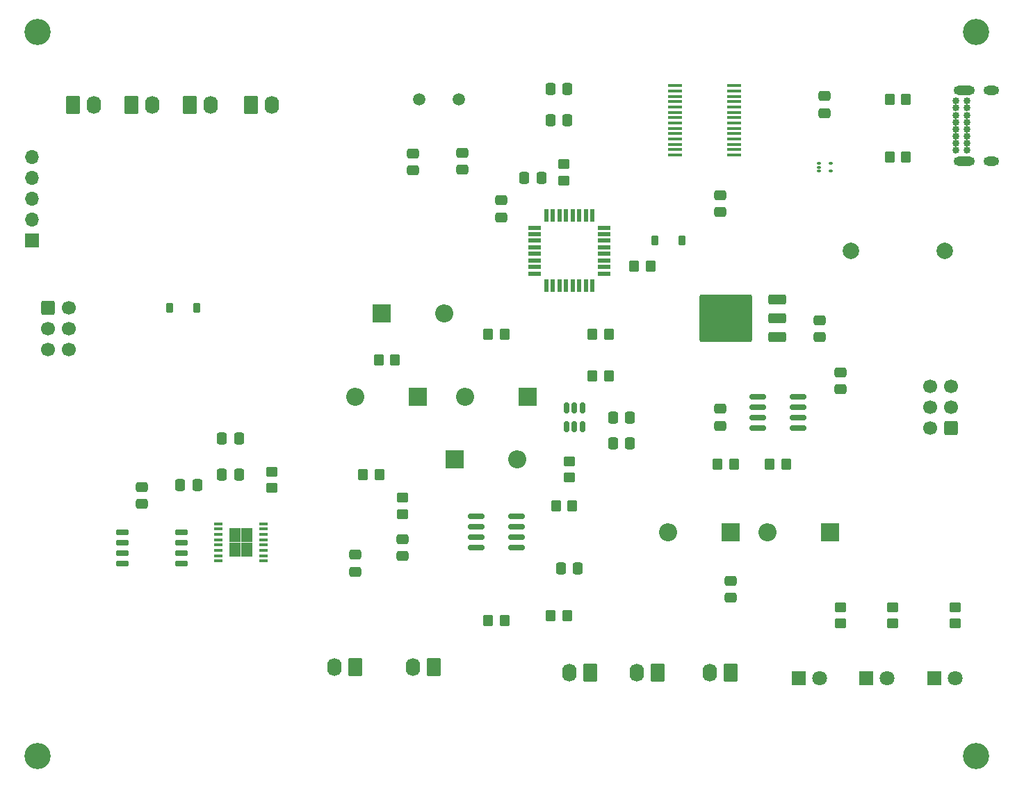
<source format=gbr>
%TF.GenerationSoftware,KiCad,Pcbnew,8.0.1*%
%TF.CreationDate,2024-04-13T21:31:32-05:00*%
%TF.ProjectId,ECE445-Wattbalance-PCB,45434534-3435-42d5-9761-747462616c61,rev?*%
%TF.SameCoordinates,Original*%
%TF.FileFunction,Soldermask,Top*%
%TF.FilePolarity,Negative*%
%FSLAX46Y46*%
G04 Gerber Fmt 4.6, Leading zero omitted, Abs format (unit mm)*
G04 Created by KiCad (PCBNEW 8.0.1) date 2024-04-13 21:31:32*
%MOMM*%
%LPD*%
G01*
G04 APERTURE LIST*
G04 Aperture macros list*
%AMRoundRect*
0 Rectangle with rounded corners*
0 $1 Rounding radius*
0 $2 $3 $4 $5 $6 $7 $8 $9 X,Y pos of 4 corners*
0 Add a 4 corners polygon primitive as box body*
4,1,4,$2,$3,$4,$5,$6,$7,$8,$9,$2,$3,0*
0 Add four circle primitives for the rounded corners*
1,1,$1+$1,$2,$3*
1,1,$1+$1,$4,$5*
1,1,$1+$1,$6,$7*
1,1,$1+$1,$8,$9*
0 Add four rect primitives between the rounded corners*
20,1,$1+$1,$2,$3,$4,$5,0*
20,1,$1+$1,$4,$5,$6,$7,0*
20,1,$1+$1,$6,$7,$8,$9,0*
20,1,$1+$1,$8,$9,$2,$3,0*%
G04 Aperture macros list end*
%ADD10RoundRect,0.075000X-0.150000X-0.075000X0.150000X-0.075000X0.150000X0.075000X-0.150000X0.075000X0*%
%ADD11RoundRect,0.250000X-0.620000X-0.845000X0.620000X-0.845000X0.620000X0.845000X-0.620000X0.845000X0*%
%ADD12O,1.740000X2.190000*%
%ADD13RoundRect,0.250000X0.620000X0.845000X-0.620000X0.845000X-0.620000X-0.845000X0.620000X-0.845000X0*%
%ADD14C,1.700000*%
%ADD15RoundRect,0.250000X-0.600000X-0.600000X0.600000X-0.600000X0.600000X0.600000X-0.600000X0.600000X0*%
%ADD16C,0.854000*%
%ADD17O,1.904000X1.104000*%
%ADD18O,2.604000X1.104000*%
%ADD19RoundRect,0.250000X-0.475000X0.337500X-0.475000X-0.337500X0.475000X-0.337500X0.475000X0.337500X0*%
%ADD20RoundRect,0.250000X0.600000X0.600000X-0.600000X0.600000X-0.600000X-0.600000X0.600000X-0.600000X0*%
%ADD21C,3.200000*%
%ADD22R,2.200000X2.200000*%
%ADD23O,2.200000X2.200000*%
%ADD24C,1.500000*%
%ADD25RoundRect,0.150000X-0.825000X-0.150000X0.825000X-0.150000X0.825000X0.150000X-0.825000X0.150000X0*%
%ADD26R,1.800000X1.800000*%
%ADD27C,1.800000*%
%ADD28R,1.470000X0.895000*%
%ADD29R,1.050000X0.450000*%
%ADD30RoundRect,0.250000X0.337500X0.475000X-0.337500X0.475000X-0.337500X-0.475000X0.337500X-0.475000X0*%
%ADD31RoundRect,0.250000X0.350000X0.450000X-0.350000X0.450000X-0.350000X-0.450000X0.350000X-0.450000X0*%
%ADD32RoundRect,0.250000X-0.350000X-0.450000X0.350000X-0.450000X0.350000X0.450000X-0.350000X0.450000X0*%
%ADD33RoundRect,0.250000X-0.450000X0.350000X-0.450000X-0.350000X0.450000X-0.350000X0.450000X0.350000X0*%
%ADD34RoundRect,0.150000X0.650000X0.150000X-0.650000X0.150000X-0.650000X-0.150000X0.650000X-0.150000X0*%
%ADD35RoundRect,0.250000X-0.337500X-0.475000X0.337500X-0.475000X0.337500X0.475000X-0.337500X0.475000X0*%
%ADD36RoundRect,0.250000X0.475000X-0.337500X0.475000X0.337500X-0.475000X0.337500X-0.475000X-0.337500X0*%
%ADD37O,1.700000X1.700000*%
%ADD38R,1.700000X1.700000*%
%ADD39R,1.750000X0.450000*%
%ADD40RoundRect,0.250000X0.450000X-0.350000X0.450000X0.350000X-0.450000X0.350000X-0.450000X-0.350000X0*%
%ADD41RoundRect,0.150000X0.825000X0.150000X-0.825000X0.150000X-0.825000X-0.150000X0.825000X-0.150000X0*%
%ADD42RoundRect,0.150000X0.150000X-0.512500X0.150000X0.512500X-0.150000X0.512500X-0.150000X-0.512500X0*%
%ADD43RoundRect,0.225000X0.225000X0.375000X-0.225000X0.375000X-0.225000X-0.375000X0.225000X-0.375000X0*%
%ADD44RoundRect,0.250000X0.850000X0.350000X-0.850000X0.350000X-0.850000X-0.350000X0.850000X-0.350000X0*%
%ADD45RoundRect,0.249997X2.950003X2.650003X-2.950003X2.650003X-2.950003X-2.650003X2.950003X-2.650003X0*%
%ADD46R,0.550000X1.600000*%
%ADD47R,1.600000X0.550000*%
%ADD48C,2.000000*%
G04 APERTURE END LIST*
D10*
%TO.C,U8*%
X189800000Y-69350000D03*
X189800000Y-69850000D03*
X189800000Y-70350000D03*
X191200000Y-70350000D03*
X191200000Y-69350000D03*
%TD*%
D11*
%TO.C,J13*%
X113175000Y-62250000D03*
D12*
X115715000Y-62250000D03*
%TD*%
D11*
%TO.C,J12*%
X106045000Y-62250000D03*
D12*
X108585000Y-62250000D03*
%TD*%
D11*
%TO.C,J11*%
X98915000Y-62250000D03*
D12*
X101455000Y-62250000D03*
%TD*%
D13*
%TO.C,J6*%
X142875000Y-130790000D03*
D12*
X140335000Y-130790000D03*
%TD*%
D14*
%TO.C,J1*%
X98425000Y-92075000D03*
X95885000Y-92075000D03*
X98425000Y-89535000D03*
X95885000Y-89535000D03*
X98425000Y-86995000D03*
D15*
X95885000Y-86995000D03*
%TD*%
D16*
%TO.C,J2*%
X206460000Y-67745000D03*
X206460000Y-66895000D03*
X206460000Y-66045000D03*
X206460000Y-65195000D03*
X206460000Y-64345000D03*
X206460000Y-63495000D03*
X206460000Y-62645000D03*
X206460000Y-61795000D03*
X207810000Y-61795000D03*
X207810000Y-62645000D03*
X207810000Y-63495000D03*
X207810000Y-64345000D03*
X207810000Y-65195000D03*
X207810000Y-66045000D03*
X207810000Y-66895000D03*
X207810000Y-67745000D03*
D17*
X210820000Y-69095000D03*
X210820000Y-60445000D03*
D18*
X207440000Y-69095000D03*
X207440000Y-60445000D03*
%TD*%
D19*
%TO.C,C18*%
X179070000Y-122322500D03*
X179070000Y-120247500D03*
%TD*%
D20*
%TO.C,J3*%
X205857500Y-101605000D03*
D14*
X203317500Y-101605000D03*
X205857500Y-99065000D03*
X203317500Y-99065000D03*
X205857500Y-96525000D03*
X203317500Y-96525000D03*
%TD*%
D12*
%TO.C,J7*%
X176530000Y-131425000D03*
D13*
X179070000Y-131425000D03*
%TD*%
D21*
%TO.C,H3*%
X208915000Y-141605000D03*
%TD*%
D22*
%TO.C,D11*%
X154305000Y-97790000D03*
D23*
X146685000Y-97790000D03*
%TD*%
D22*
%TO.C,D12*%
X145415000Y-105410000D03*
D23*
X153035000Y-105410000D03*
%TD*%
D24*
%TO.C,Y1*%
X145960000Y-61595000D03*
X141080000Y-61595000D03*
%TD*%
D25*
%TO.C,U9*%
X182310000Y-97790000D03*
X182310000Y-99060000D03*
X182310000Y-100330000D03*
X182310000Y-101600000D03*
X187260000Y-101600000D03*
X187260000Y-100330000D03*
X187260000Y-99060000D03*
X187260000Y-97790000D03*
%TD*%
D26*
%TO.C,D3*%
X187320000Y-132080000D03*
D27*
X189860000Y-132080000D03*
%TD*%
D28*
%TO.C,U5*%
X118645000Y-114227500D03*
X118645000Y-115122500D03*
X118645000Y-116017500D03*
X118645000Y-116912500D03*
X120115000Y-114227500D03*
X120115000Y-115122500D03*
X120115000Y-116017500D03*
X120115000Y-116912500D03*
D29*
X116605000Y-117845000D03*
X116605000Y-117195000D03*
X116605000Y-116545000D03*
X116605000Y-115895000D03*
X116605000Y-115245000D03*
X116605000Y-114595000D03*
X116605000Y-113945000D03*
X116605000Y-113295000D03*
X122155000Y-113295000D03*
X122155000Y-113945000D03*
X122155000Y-114595000D03*
X122155000Y-115245000D03*
X122155000Y-115895000D03*
X122155000Y-116545000D03*
X122155000Y-117195000D03*
X122155000Y-117845000D03*
%TD*%
D30*
%TO.C,C10*%
X119147500Y-107315000D03*
X117072500Y-107315000D03*
%TD*%
D19*
%TO.C,C3*%
X140335000Y-68177500D03*
X140335000Y-70252500D03*
%TD*%
D31*
%TO.C,R10*%
X164195000Y-90170000D03*
X162195000Y-90170000D03*
%TD*%
%TO.C,R1*%
X169275000Y-81915000D03*
X167275000Y-81915000D03*
%TD*%
D32*
%TO.C,R9*%
X136160000Y-93345000D03*
X138160000Y-93345000D03*
%TD*%
D33*
%TO.C,R5*%
X206375000Y-123460000D03*
X206375000Y-125460000D03*
%TD*%
D30*
%TO.C,C8*%
X159152500Y-64135000D03*
X157077500Y-64135000D03*
%TD*%
D33*
%TO.C,R18*%
X123190000Y-106950000D03*
X123190000Y-108950000D03*
%TD*%
D34*
%TO.C,U2*%
X104985000Y-118110000D03*
X104985000Y-116840000D03*
X104985000Y-115570000D03*
X104985000Y-114300000D03*
X112185000Y-114300000D03*
X112185000Y-115570000D03*
X112185000Y-116840000D03*
X112185000Y-118110000D03*
%TD*%
D35*
%TO.C,C11*%
X117072500Y-102870000D03*
X119147500Y-102870000D03*
%TD*%
D36*
%TO.C,C7*%
X190500000Y-63267500D03*
X190500000Y-61192500D03*
%TD*%
D26*
%TO.C,D5*%
X203830000Y-132080000D03*
D27*
X206370000Y-132080000D03*
%TD*%
D35*
%TO.C,C17*%
X158347500Y-118745000D03*
X160422500Y-118745000D03*
%TD*%
D22*
%TO.C,D13*%
X191135000Y-114300000D03*
D23*
X183515000Y-114300000D03*
%TD*%
D35*
%TO.C,C14*%
X164697500Y-100330000D03*
X166772500Y-100330000D03*
%TD*%
D30*
%TO.C,C12*%
X114067500Y-108585000D03*
X111992500Y-108585000D03*
%TD*%
D37*
%TO.C,J4*%
X93980000Y-68575000D03*
X93980000Y-71115000D03*
X93980000Y-73655000D03*
X93980000Y-76195000D03*
D38*
X93980000Y-78735000D03*
%TD*%
D31*
%TO.C,R13*%
X151495000Y-90170000D03*
X149495000Y-90170000D03*
%TD*%
D30*
%TO.C,C4*%
X155977500Y-71120000D03*
X153902500Y-71120000D03*
%TD*%
D12*
%TO.C,J10*%
X167640000Y-131425000D03*
D13*
X170180000Y-131425000D03*
%TD*%
D19*
%TO.C,C9*%
X189865000Y-88497500D03*
X189865000Y-90572500D03*
%TD*%
D31*
%TO.C,R14*%
X157115000Y-124460000D03*
X159115000Y-124460000D03*
%TD*%
%TO.C,R16*%
X159750000Y-111125000D03*
X157750000Y-111125000D03*
%TD*%
D11*
%TO.C,J9*%
X120650000Y-62250000D03*
D12*
X123190000Y-62250000D03*
%TD*%
D39*
%TO.C,U3*%
X179495000Y-59910000D03*
X179495000Y-60560000D03*
X179495000Y-61210000D03*
X179495000Y-61860000D03*
X179495000Y-62510000D03*
X179495000Y-63160000D03*
X179495000Y-63810000D03*
X179495000Y-64460000D03*
X179495000Y-65110000D03*
X179495000Y-65760000D03*
X179495000Y-66410000D03*
X179495000Y-67060000D03*
X179495000Y-67710000D03*
X179495000Y-68360000D03*
X172295000Y-68360000D03*
X172295000Y-67710000D03*
X172295000Y-67060000D03*
X172295000Y-66410000D03*
X172295000Y-65760000D03*
X172295000Y-65110000D03*
X172295000Y-64460000D03*
X172295000Y-63810000D03*
X172295000Y-63160000D03*
X172295000Y-62510000D03*
X172295000Y-61860000D03*
X172295000Y-61210000D03*
X172295000Y-60560000D03*
X172295000Y-59910000D03*
%TD*%
D21*
%TO.C,H2*%
X94615000Y-53340000D03*
%TD*%
D33*
%TO.C,R7*%
X192405000Y-123460000D03*
X192405000Y-125460000D03*
%TD*%
%TO.C,R17*%
X159385000Y-105680000D03*
X159385000Y-107680000D03*
%TD*%
D19*
%TO.C,C2*%
X146380000Y-68102500D03*
X146380000Y-70177500D03*
%TD*%
D40*
%TO.C,R6*%
X198755000Y-125460000D03*
X198755000Y-123460000D03*
%TD*%
D13*
%TO.C,J8*%
X161925000Y-131445000D03*
D12*
X159385000Y-131445000D03*
%TD*%
D31*
%TO.C,R11*%
X164195000Y-95250000D03*
X162195000Y-95250000D03*
%TD*%
D19*
%TO.C,C1*%
X107315000Y-110892500D03*
X107315000Y-108817500D03*
%TD*%
%TO.C,C6*%
X177800000Y-73257500D03*
X177800000Y-75332500D03*
%TD*%
D32*
%TO.C,R4*%
X198390000Y-61595000D03*
X200390000Y-61595000D03*
%TD*%
D41*
%TO.C,U7*%
X152970000Y-116205000D03*
X152970000Y-114935000D03*
X152970000Y-113665000D03*
X152970000Y-112395000D03*
X148020000Y-112395000D03*
X148020000Y-113665000D03*
X148020000Y-114935000D03*
X148020000Y-116205000D03*
%TD*%
D31*
%TO.C,R3*%
X200390000Y-68580000D03*
X198390000Y-68580000D03*
%TD*%
D33*
%TO.C,R12*%
X139065000Y-112125000D03*
X139065000Y-110125000D03*
%TD*%
D22*
%TO.C,D10*%
X136525000Y-87630000D03*
D23*
X144145000Y-87630000D03*
%TD*%
D31*
%TO.C,R20*%
X179435000Y-106045000D03*
X177435000Y-106045000D03*
%TD*%
D19*
%TO.C,C20*%
X192405000Y-94847500D03*
X192405000Y-96922500D03*
%TD*%
D26*
%TO.C,D4*%
X195575000Y-132080000D03*
D27*
X198115000Y-132080000D03*
%TD*%
D19*
%TO.C,C21*%
X177800000Y-99292500D03*
X177800000Y-101367500D03*
%TD*%
D31*
%TO.C,R15*%
X151495000Y-125095000D03*
X149495000Y-125095000D03*
%TD*%
%TO.C,R8*%
X136255000Y-107315000D03*
X134255000Y-107315000D03*
%TD*%
D30*
%TO.C,C19*%
X159152500Y-60325000D03*
X157077500Y-60325000D03*
%TD*%
D42*
%TO.C,U6*%
X159070000Y-101467500D03*
X160020000Y-101467500D03*
X160970000Y-101467500D03*
X160970000Y-99192500D03*
X160020000Y-99192500D03*
X159070000Y-99192500D03*
%TD*%
D33*
%TO.C,R2*%
X158750000Y-69485000D03*
X158750000Y-71485000D03*
%TD*%
D30*
%TO.C,C15*%
X166772500Y-103505000D03*
X164697500Y-103505000D03*
%TD*%
D22*
%TO.C,D9*%
X140970000Y-97790000D03*
D23*
X133350000Y-97790000D03*
%TD*%
D31*
%TO.C,R19*%
X185785000Y-106045000D03*
X183785000Y-106045000D03*
%TD*%
D43*
%TO.C,D1*%
X114045000Y-86995000D03*
X110745000Y-86995000D03*
%TD*%
D12*
%TO.C,J5*%
X130810000Y-130790000D03*
D13*
X133350000Y-130790000D03*
%TD*%
D22*
%TO.C,D14*%
X179070000Y-114300000D03*
D23*
X171450000Y-114300000D03*
%TD*%
D44*
%TO.C,U4*%
X184745000Y-90545000D03*
X184745000Y-88265000D03*
D45*
X178445000Y-88265000D03*
D44*
X184745000Y-85985000D03*
%TD*%
D46*
%TO.C,U1*%
X156585000Y-75760000D03*
X157385000Y-75760000D03*
X158185000Y-75760000D03*
X158985000Y-75760000D03*
X159785000Y-75760000D03*
X160585000Y-75760000D03*
X161385000Y-75760000D03*
X162185000Y-75760000D03*
D47*
X163635000Y-77210000D03*
X163635000Y-78010000D03*
X163635000Y-78810000D03*
X163635000Y-79610000D03*
X163635000Y-80410000D03*
X163635000Y-81210000D03*
X163635000Y-82010000D03*
X163635000Y-82810000D03*
D46*
X162185000Y-84260000D03*
X161385000Y-84260000D03*
X160585000Y-84260000D03*
X159785000Y-84260000D03*
X158985000Y-84260000D03*
X158185000Y-84260000D03*
X157385000Y-84260000D03*
X156585000Y-84260000D03*
D47*
X155135000Y-82810000D03*
X155135000Y-82010000D03*
X155135000Y-81210000D03*
X155135000Y-80410000D03*
X155135000Y-79610000D03*
X155135000Y-78810000D03*
X155135000Y-78010000D03*
X155135000Y-77210000D03*
%TD*%
D43*
%TO.C,D2*%
X173100000Y-78740000D03*
X169800000Y-78740000D03*
%TD*%
D36*
%TO.C,C5*%
X151130000Y-75967500D03*
X151130000Y-73892500D03*
%TD*%
D19*
%TO.C,C13*%
X133350000Y-117072500D03*
X133350000Y-119147500D03*
%TD*%
D21*
%TO.C,H1*%
X208915000Y-53340000D03*
%TD*%
%TO.C,H4*%
X94615000Y-141605000D03*
%TD*%
D19*
%TO.C,C16*%
X139065000Y-115167500D03*
X139065000Y-117242500D03*
%TD*%
D48*
%TO.C,F1*%
X205090000Y-80010000D03*
X193690000Y-80010000D03*
%TD*%
M02*

</source>
